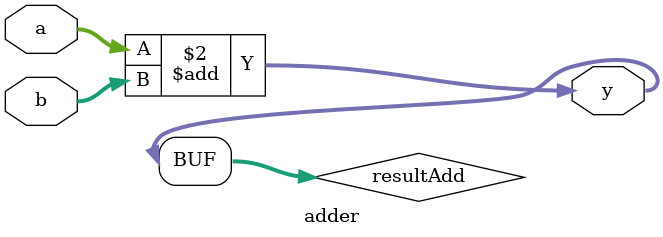
<source format=sv>
/**
 * This module sum two values
 *
 * Params:
 *     a - first operand
 *     b - second operand
 *
 * Outputs:
 *     y - result to sum a and b
**/
module adder #(parameter N=32)
              (input  logic [N-1:0] a, b,
               output logic [N-1:0] y);

logic [N-1:0] resultAdd;

always_comb begin
	resultAdd <= a + b;
end

assign y = resultAdd;

endmodule // adder

</source>
